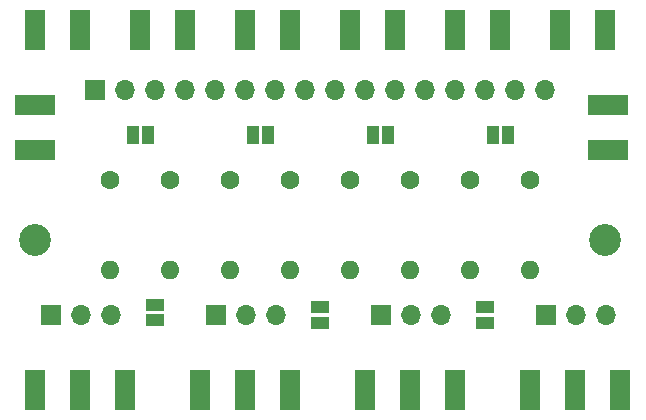
<source format=gbr>
G04 #@! TF.GenerationSoftware,KiCad,Pcbnew,(6.0.1)*
G04 #@! TF.CreationDate,2022-02-07T21:51:52+01:00*
G04 #@! TF.ProjectId,RC-LightDistribution,52432d4c-6967-4687-9444-697374726962,rev?*
G04 #@! TF.SameCoordinates,Original*
G04 #@! TF.FileFunction,Soldermask,Top*
G04 #@! TF.FilePolarity,Negative*
%FSLAX46Y46*%
G04 Gerber Fmt 4.6, Leading zero omitted, Abs format (unit mm)*
G04 Created by KiCad (PCBNEW (6.0.1)) date 2022-02-07 21:51:52*
%MOMM*%
%LPD*%
G01*
G04 APERTURE LIST*
%ADD10C,1.600000*%
%ADD11O,1.600000X1.600000*%
%ADD12R,1.800000X3.400000*%
%ADD13R,1.500000X1.000000*%
%ADD14R,1.700000X1.700000*%
%ADD15O,1.700000X1.700000*%
%ADD16R,1.000000X1.500000*%
%ADD17R,3.400000X1.800000*%
%ADD18C,2.700000*%
G04 APERTURE END LIST*
D10*
G04 #@! TO.C,R7*
X157480000Y-90170000D03*
D11*
X157480000Y-97790000D03*
G04 #@! TD*
D12*
G04 #@! TO.C,TP1*
X120650000Y-107950000D03*
G04 #@! TD*
D13*
G04 #@! TO.C,JP7*
X158750000Y-100950000D03*
X158750000Y-102250000D03*
G04 #@! TD*
D12*
G04 #@! TO.C,TP20*
X165100000Y-77470000D03*
G04 #@! TD*
G04 #@! TO.C,TP18*
X160020000Y-77470000D03*
G04 #@! TD*
G04 #@! TO.C,TP2*
X124460000Y-107950000D03*
G04 #@! TD*
G04 #@! TO.C,TP19*
X148590000Y-107950000D03*
G04 #@! TD*
G04 #@! TO.C,TP27*
X166370000Y-107950000D03*
G04 #@! TD*
G04 #@! TO.C,TP17*
X156210000Y-77470000D03*
G04 #@! TD*
D10*
G04 #@! TO.C,R3*
X137160000Y-90170000D03*
D11*
X137160000Y-97790000D03*
G04 #@! TD*
D14*
G04 #@! TO.C,J1*
X121935000Y-101600000D03*
D15*
X124475000Y-101600000D03*
X127015000Y-101600000D03*
G04 #@! TD*
D16*
G04 #@! TO.C,JP5*
X149210000Y-86360000D03*
X150510000Y-86360000D03*
G04 #@! TD*
D12*
G04 #@! TO.C,TP26*
X162560000Y-107950000D03*
G04 #@! TD*
G04 #@! TO.C,TP12*
X133350000Y-77470000D03*
G04 #@! TD*
D13*
G04 #@! TO.C,JP3*
X144780000Y-100950000D03*
X144780000Y-102250000D03*
G04 #@! TD*
D16*
G04 #@! TO.C,JP4*
X139050000Y-86360000D03*
X140350000Y-86360000D03*
G04 #@! TD*
D13*
G04 #@! TO.C,JP1*
X130810000Y-100755000D03*
X130810000Y-102055000D03*
G04 #@! TD*
D17*
G04 #@! TO.C,TP25*
X169120000Y-87630000D03*
G04 #@! TD*
D10*
G04 #@! TO.C,R1*
X127000000Y-90170000D03*
D11*
X127000000Y-97790000D03*
G04 #@! TD*
D12*
G04 #@! TO.C,TP21*
X152400000Y-107950000D03*
G04 #@! TD*
D17*
G04 #@! TO.C,TP7*
X120650000Y-83820000D03*
G04 #@! TD*
D12*
G04 #@! TO.C,TP11*
X129540000Y-77470000D03*
G04 #@! TD*
G04 #@! TO.C,TP4*
X134620000Y-107950000D03*
G04 #@! TD*
D17*
G04 #@! TO.C,TP24*
X169120000Y-83820000D03*
G04 #@! TD*
D14*
G04 #@! TO.C,J4*
X149875000Y-101600000D03*
D15*
X152415000Y-101600000D03*
X154955000Y-101600000D03*
G04 #@! TD*
D16*
G04 #@! TO.C,JP2*
X128890000Y-86360000D03*
X130190000Y-86360000D03*
G04 #@! TD*
D12*
G04 #@! TO.C,TP16*
X151130000Y-77470000D03*
G04 #@! TD*
D18*
G04 #@! TO.C,H1*
X120650000Y-95250000D03*
G04 #@! TD*
D12*
G04 #@! TO.C,TP22*
X168910000Y-77470000D03*
G04 #@! TD*
G04 #@! TO.C,TP13*
X138430000Y-77470000D03*
G04 #@! TD*
D17*
G04 #@! TO.C,TP8*
X120650000Y-87630000D03*
G04 #@! TD*
D10*
G04 #@! TO.C,R2*
X132080000Y-90170000D03*
D11*
X132080000Y-97790000D03*
G04 #@! TD*
D14*
G04 #@! TO.C,J2*
X135905000Y-101600000D03*
D15*
X138445000Y-101600000D03*
X140985000Y-101600000D03*
G04 #@! TD*
D10*
G04 #@! TO.C,R8*
X162560000Y-90170000D03*
D11*
X162560000Y-97790000D03*
G04 #@! TD*
D14*
G04 #@! TO.C,J3*
X125730000Y-82550000D03*
D15*
X128270000Y-82550000D03*
X130810000Y-82550000D03*
X133350000Y-82550000D03*
X135890000Y-82550000D03*
X138430000Y-82550000D03*
X140970000Y-82550000D03*
X143510000Y-82550000D03*
X146050000Y-82550000D03*
X148590000Y-82550000D03*
X151130000Y-82550000D03*
X153670000Y-82550000D03*
X156210000Y-82550000D03*
X158750000Y-82550000D03*
X161290000Y-82550000D03*
X163830000Y-82550000D03*
G04 #@! TD*
D10*
G04 #@! TO.C,R4*
X142240000Y-90170000D03*
D11*
X142240000Y-97790000D03*
G04 #@! TD*
D16*
G04 #@! TO.C,JP6*
X159370000Y-86360000D03*
X160670000Y-86360000D03*
G04 #@! TD*
D10*
G04 #@! TO.C,R5*
X147320000Y-90170000D03*
D11*
X147320000Y-97790000D03*
G04 #@! TD*
D12*
G04 #@! TO.C,TP15*
X147320000Y-77470000D03*
G04 #@! TD*
G04 #@! TO.C,TP14*
X142240000Y-77470000D03*
G04 #@! TD*
D14*
G04 #@! TO.C,J5*
X163845000Y-101600000D03*
D15*
X166385000Y-101600000D03*
X168925000Y-101600000D03*
G04 #@! TD*
D12*
G04 #@! TO.C,TP28*
X170180000Y-107950000D03*
G04 #@! TD*
D10*
G04 #@! TO.C,R6*
X152400000Y-90170000D03*
D11*
X152400000Y-97790000D03*
G04 #@! TD*
D12*
G04 #@! TO.C,TP9*
X120650000Y-77470000D03*
G04 #@! TD*
G04 #@! TO.C,TP5*
X138430000Y-107950000D03*
G04 #@! TD*
D18*
G04 #@! TO.C,H2*
X168910000Y-95250000D03*
G04 #@! TD*
D12*
G04 #@! TO.C,TP3*
X128270000Y-107950000D03*
G04 #@! TD*
G04 #@! TO.C,TP23*
X156210000Y-107950000D03*
G04 #@! TD*
G04 #@! TO.C,TP10*
X124460000Y-77470000D03*
G04 #@! TD*
G04 #@! TO.C,TP6*
X142240000Y-107950000D03*
G04 #@! TD*
M02*

</source>
